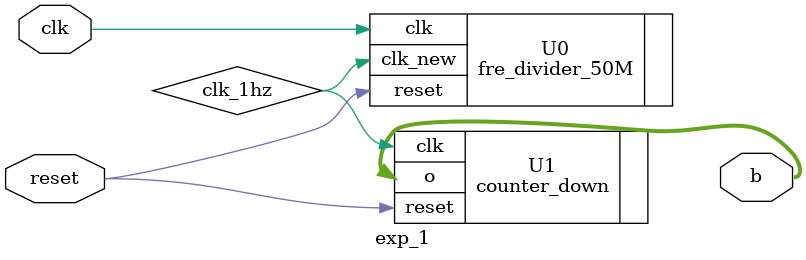
<source format=v>
`timescale 1ns / 1ps


module exp_1(
    input clk,
    input reset,
    output [3:0] b
    );

wire clk_1hz;
   
fre_divider_50M U0(.clk(clk), .clk_new(clk_1hz), .reset(reset));
counter_down U1(.clk(clk_1hz), .reset(reset), .o(b));
    
endmodule

</source>
